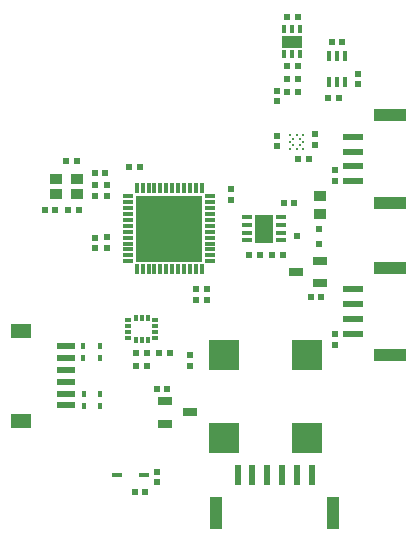
<source format=gbr>
%TF.GenerationSoftware,Altium Limited,Altium Designer,23.9.2 (47)*%
G04 Layer_Color=8421504*
%FSLAX45Y45*%
%MOMM*%
%TF.SameCoordinates,C6D65D71-24B2-464F-8DE7-77A712877E08*%
%TF.FilePolarity,Positive*%
%TF.FileFunction,Paste,Top*%
%TF.Part,Single*%
G01*
G75*
%TA.AperFunction,SMDPad,CuDef*%
%ADD10R,0.85000X0.30000*%
%ADD11R,0.30000X0.85000*%
%ADD12R,5.70000X5.70000*%
%TA.AperFunction,BGAPad,CuDef*%
%ADD14C,0.20000*%
%TA.AperFunction,SMDPad,CuDef*%
%ADD15R,0.62000X0.62000*%
%ADD16R,0.55000X0.60000*%
%TA.AperFunction,ConnectorPad*%
%ADD17R,2.70000X1.00000*%
%ADD18R,1.70000X0.60000*%
%TA.AperFunction,SMDPad,CuDef*%
%ADD19R,0.45000X0.95000*%
%ADD20R,0.35000X0.65000*%
%ADD21R,1.70000X1.10000*%
%ADD22R,0.62000X0.62000*%
%ADD23R,0.55000X0.60000*%
%ADD24R,1.65000X2.45000*%
%ADD25R,1.00000X2.70000*%
%ADD26R,0.60000X0.55000*%
%ADD27R,0.60000X1.70000*%
%ADD28R,0.85000X0.35000*%
%ADD29R,0.60000X0.30000*%
%ADD30R,1.10000X0.90000*%
%TA.AperFunction,ConnectorPad*%
%ADD31R,1.80000X1.20000*%
%TA.AperFunction,SMDPad,CuDef*%
%ADD32R,0.30000X0.60000*%
%ADD33R,1.20000X0.65000*%
%ADD34R,0.32000X0.51000*%
%TA.AperFunction,ConnectorPad*%
%ADD35R,1.55000X0.60000*%
%TA.AperFunction,SMDPad,CuDef*%
%ADD36R,0.84000X0.46000*%
%ADD37R,1.00000X0.90000*%
%ADD38R,2.50000X2.50000*%
D10*
X1739760Y2560420D02*
D03*
Y2360420D02*
D03*
Y2410420D02*
D03*
Y2460421D02*
D03*
Y2510420D02*
D03*
Y2610420D02*
D03*
Y2660420D02*
D03*
Y2710421D02*
D03*
Y2760420D02*
D03*
Y2810420D02*
D03*
Y2910420D02*
D03*
X1049760D02*
D03*
Y2860420D02*
D03*
Y2810420D02*
D03*
Y2760420D02*
D03*
Y2710421D02*
D03*
Y2660420D02*
D03*
Y2610420D02*
D03*
Y2510420D02*
D03*
Y2460421D02*
D03*
Y2410420D02*
D03*
Y2360420D02*
D03*
Y2560420D02*
D03*
X1739760Y2860420D02*
D03*
D11*
X1669760Y2290420D02*
D03*
Y2980421D02*
D03*
X1619760D02*
D03*
X1569760D02*
D03*
X1519760D02*
D03*
X1469760D02*
D03*
X1419760D02*
D03*
X1369760D02*
D03*
X1319760D02*
D03*
X1269760D02*
D03*
X1219760D02*
D03*
X1119760D02*
D03*
Y2290420D02*
D03*
X1169760D02*
D03*
X1219760D02*
D03*
X1269760D02*
D03*
X1319760D02*
D03*
X1369760D02*
D03*
X1419760D02*
D03*
X1469760D02*
D03*
X1519760D02*
D03*
X1569760D02*
D03*
X1619760D02*
D03*
X1169760Y2980421D02*
D03*
D12*
X1394760Y2635420D02*
D03*
D14*
X2417720Y3314340D02*
D03*
Y3370940D02*
D03*
Y3427540D02*
D03*
X2446020Y3342640D02*
D03*
Y3399240D02*
D03*
X2474320Y3314340D02*
D03*
Y3427540D02*
D03*
X2502620Y3342640D02*
D03*
Y3399240D02*
D03*
X2530920Y3314340D02*
D03*
Y3370940D02*
D03*
Y3427540D02*
D03*
D15*
X2861472Y4214299D02*
D03*
X2834920Y3743960D02*
D03*
X2481860Y4432300D02*
D03*
X2483655Y3899397D02*
D03*
Y4009397D02*
D03*
Y3789397D02*
D03*
X2577165Y3227703D02*
D03*
X2267940Y2413000D02*
D03*
X2164080D02*
D03*
X1148360Y3162300D02*
D03*
X1620820Y2122320D02*
D03*
X1620944Y2034873D02*
D03*
X518600Y3211513D02*
D03*
X630627Y2797950D02*
D03*
X1308505Y1584591D02*
D03*
X1204770Y1583689D02*
D03*
X1204392Y1476252D02*
D03*
X2485165Y3227703D02*
D03*
X2359940Y2413000D02*
D03*
X2072080D02*
D03*
X2742920Y3743960D02*
D03*
X2769472Y4214299D02*
D03*
X2389860Y4432300D02*
D03*
X2391655Y4009397D02*
D03*
Y3899397D02*
D03*
Y3789397D02*
D03*
X1712820Y2122320D02*
D03*
X1056360Y3162300D02*
D03*
X1712945Y2034873D02*
D03*
X610600Y3211513D02*
D03*
X538627Y2797950D02*
D03*
X1112392Y1476252D02*
D03*
X1400505Y1584591D02*
D03*
X1112770Y1583689D02*
D03*
D16*
X2997200Y3943940D02*
D03*
X1292860Y573360D02*
D03*
X2306320Y3714160D02*
D03*
Y3799160D02*
D03*
X2310106Y3422490D02*
D03*
Y3337490D02*
D03*
X2997200Y3858940D02*
D03*
X764457Y2473342D02*
D03*
Y2558342D02*
D03*
X1292860Y488360D02*
D03*
D17*
X3267340Y3598876D02*
D03*
Y2853876D02*
D03*
X3268376Y2307244D02*
D03*
Y1562245D02*
D03*
D18*
X2947340Y3413876D02*
D03*
X2948376Y2122244D02*
D03*
X2947340Y3288876D02*
D03*
Y3163876D02*
D03*
Y3038876D02*
D03*
X2948376Y1997244D02*
D03*
Y1872244D02*
D03*
Y1747244D02*
D03*
D19*
X2816004Y3876741D02*
D03*
X2751004D02*
D03*
X2881004D02*
D03*
Y4096741D02*
D03*
X2816004D02*
D03*
X2751004D02*
D03*
D20*
X2500275Y4114396D02*
D03*
X2370275Y4324396D02*
D03*
X2435275D02*
D03*
X2500275D02*
D03*
X2435275Y4114396D02*
D03*
X2370275D02*
D03*
D21*
X2435275Y4219396D02*
D03*
D22*
X2628793Y3341386D02*
D03*
X2798457Y3130078D02*
D03*
X2798796Y1654787D02*
D03*
X1917700Y2880080D02*
D03*
X871420Y3003640D02*
D03*
X763306Y3004516D02*
D03*
X871420Y2562576D02*
D03*
X1574800Y1475460D02*
D03*
X2628793Y3433386D02*
D03*
X2798457Y3038078D02*
D03*
X2798796Y1746787D02*
D03*
X1574800Y1567460D02*
D03*
X1917700Y2972080D02*
D03*
X871420Y2911640D02*
D03*
X763306Y2912516D02*
D03*
X871420Y2470576D02*
D03*
D23*
X2480520Y2570480D02*
D03*
X2665520Y2635480D02*
D03*
Y2505480D02*
D03*
D24*
X2199640Y2633980D02*
D03*
D25*
X2785000Y227500D02*
D03*
X1790000D02*
D03*
D26*
X2594020Y2054860D02*
D03*
X762680Y3108960D02*
D03*
X1376000Y1280160D02*
D03*
X1187896Y410265D02*
D03*
X2370500Y2857500D02*
D03*
X2455500D02*
D03*
X2679020Y2054860D02*
D03*
X1291000Y1280160D02*
D03*
X429433Y2797917D02*
D03*
X344433D02*
D03*
X847680Y3108960D02*
D03*
X1102896Y410265D02*
D03*
D27*
X2600000Y547500D02*
D03*
X2475000D02*
D03*
X2350000D02*
D03*
X2225000D02*
D03*
X2100000D02*
D03*
X1975000D02*
D03*
D28*
X2054640Y2666480D02*
D03*
Y2731480D02*
D03*
Y2601480D02*
D03*
Y2536480D02*
D03*
X2344640D02*
D03*
Y2601480D02*
D03*
Y2666480D02*
D03*
Y2731480D02*
D03*
D29*
X1277533Y1861985D02*
D03*
Y1811985D02*
D03*
X1047533D02*
D03*
Y1761985D02*
D03*
X1277533D02*
D03*
Y1711985D02*
D03*
X1047533D02*
D03*
Y1861985D02*
D03*
D30*
X440602Y3056889D02*
D03*
X610603Y2926888D02*
D03*
X440602D02*
D03*
X610603Y3056889D02*
D03*
D31*
X136257Y1769760D02*
D03*
Y1009760D02*
D03*
D32*
X1212533Y1696985D02*
D03*
X1162533D02*
D03*
X1112533Y1876985D02*
D03*
X1162533D02*
D03*
X1212533D02*
D03*
X1112533Y1696985D02*
D03*
D33*
X1358040Y986040D02*
D03*
X2465480Y2268220D02*
D03*
X2675480Y2364220D02*
D03*
Y2172220D02*
D03*
X1568040Y1082040D02*
D03*
X1358040Y1178040D02*
D03*
D34*
X666932Y1638527D02*
D03*
X809239D02*
D03*
X670538Y1136584D02*
D03*
X809239D02*
D03*
X670538Y1236584D02*
D03*
X809239D02*
D03*
Y1538527D02*
D03*
X666932D02*
D03*
D35*
X523657Y1139760D02*
D03*
Y1239761D02*
D03*
Y1339761D02*
D03*
Y1439760D02*
D03*
Y1539760D02*
D03*
Y1639760D02*
D03*
D36*
X1180000Y547500D02*
D03*
X950000D02*
D03*
D37*
X2669540Y2913520D02*
D03*
Y2763520D02*
D03*
D38*
X2561861Y867849D02*
D03*
X1861860D02*
D03*
Y1567849D02*
D03*
X2561861D02*
D03*
%TF.MD5,ed04c13663351e66f550bb693fa6057e*%
M02*

</source>
